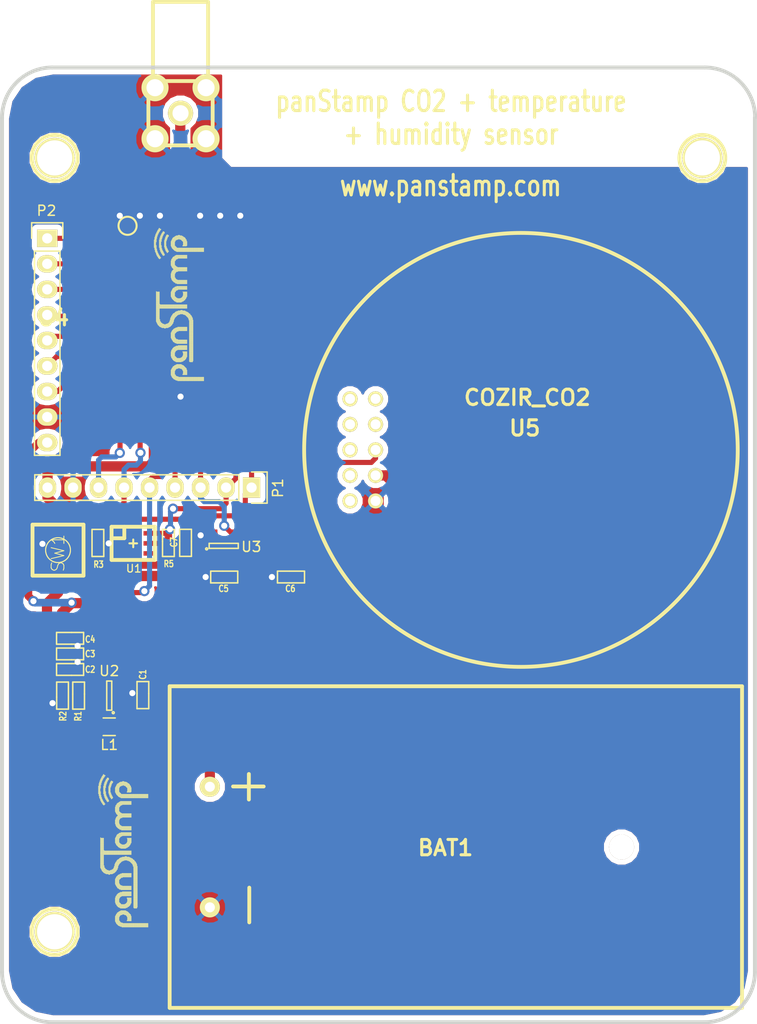
<source format=kicad_pcb>
(kicad_pcb (version 4) (host pcbnew 0.201506030104+5696~23~ubuntu14.04.1-product)
  (title_block (title "panStamp CO2 carrier board") (date "Wed 03 Jun 2015") (rev 1.0) (company panStamp))
  (layers (0 Front signal) (31 Back signal) (34 B.Paste user) (35 F.Paste user) (36 B.SilkS user) (37 F.SilkS user) (38 B.Mask user) (39 F.Mask user) (44 Edge.Cuts user))
  (net 0 "")
  (net 1 /A1)
  (net 2 /A2)
  (net 3 /A3)
  (net 4 /A4)
  (net 5 /RESET)
  (net 6 /RXD)
  (net 7 /TXD)
  (net 8 GND)
  (net 9 VCC)
  (net 10 VDD)
  (net 11 /D15)
  (net 12 /D14)
  (net 13 /A5)
  (net 14 "Net-(PS1-Pad1)")
  (net 15 "Net-(PS1-Pad2)")
  (net 16 /TEST)
  (net 17 /D7)
  (net 18 /SCL)
  (net 19 /SDA)
  (net 20 "Net-(PS1-Pad20)")
  (net 21 "Net-(PS1-Pad21)")
  (net 22 "Net-(PS1-Pad22)")
  (net 23 "Net-(PS1-Pad23)")
  (net 24 "Net-(PS1-Pad24)")
  (net 25 "Net-(PS1-Pad25)")
  (net 26 "Net-(PS1-Pad26)")
  (net 27 "Net-(PS1-Pad27)")
  (net 28 "Net-(PS1-Pad31)")
  (net 29 "Net-(R1-Pad2)")
  (net 30 "Net-(L1-Pad2)")
  (net 31 "Net-(U5-Pad9)")
  (net 32 "Net-(U5-Pad8)")
  (net 33 "Net-(U5-Pad10)")
  (net 34 "Net-(U3-Pad2)")
  (net 35 "Net-(U5-Pad7)")
  (module 1pin (layer Front) (at 226.71532 64.64808)
    (fp_text reference 1PIN hide)
    (fp_text value P*** hide)
    (pad 1 thru_hole circle (at 0 0) (size 4.0005 4.0005) (drill 3.50266) (layers *.Cu *.Mask F.SilkS))
  )
  (module 1pin (layer Front) (at 162.21456 64.64808)
    (fp_text reference 1PIN hide)
    (fp_text value P*** hide)
    (pad 1 thru_hole circle (at 0 0) (size 4.0005 4.0005) (drill 3.50266) (layers *.Cu *.Mask F.SilkS))
  )
  (module 1pin (layer Front) (at 162.21 141.65)
    (fp_text reference 1PIN hide)
    (fp_text value P*** hide)
    (pad 1 thru_hole circle (at 0 0) (size 4.0005 4.0005) (drill 3.50266) (layers *.Cu *.Mask F.SilkS))
  )
  (module PANSTAMPLOGO (layer Front) (at 171.8 86.85 90)
    (fp_text reference www.panstamp.com hide)
    (fp_text value "" hide)
  )
  (module BAT_AA_HOLDER_02 (layer Front) (at 177.67 133.22 180)
    (fp_text reference BAT1 (at -23.45944 -0.0762 180) (layer F.SilkS) (effects (font (thickness 0.3048))))
    (fp_text value CONN_2 hide)
    (pad "" thru_hole circle (at -41 0.00052 180) (size 2.4892 2.4892) (drill 2.4892) (layers *.Cu *.Mask F.SilkS))
    (pad 2 thru_hole circle (at 0 -5.99948 180) (size 2 2) (drill 1) (layers *.Cu *.Mask F.SilkS) (net 8 GND))
    (pad 1 thru_hole circle (at 0 6.00052 180) (size 2 2) (drill 1) (layers *.Cu *.Mask F.SilkS) (net 9 VCC))
  )
  (module Pin_Headers:Pin_Header_Straight_1x09 (layer Front) (at 161.475 72.65)
    (fp_text reference P2 (at -0.075 -2.75) (layer F.SilkS))
    (fp_text value CONN_01X09 hide)
    (pad 1 thru_hole rect (at 0 0) (size 2.032 1.7272) (drill 1.016) (layers *.Cu *.Mask F.SilkS) (net 11 /D15))
    (pad 2 thru_hole oval (at 0 2.54) (size 2.032 1.7272) (drill 1.016) (layers *.Cu *.Mask F.SilkS) (net 12 /D14))
    (pad 3 thru_hole oval (at 0 5.08) (size 2.032 1.7272) (drill 1.016) (layers *.Cu *.Mask F.SilkS) (net 13 /A5))
    (pad 4 thru_hole oval (at 0 7.62) (size 2.032 1.7272) (drill 1.016) (layers *.Cu *.Mask F.SilkS) (net 4 /A4))
    (pad 5 thru_hole oval (at 0 10.16) (size 2.032 1.7272) (drill 1.016) (layers *.Cu *.Mask F.SilkS) (net 3 /A3))
    (pad 6 thru_hole oval (at 0 12.7) (size 2.032 1.7272) (drill 1.016) (layers *.Cu *.Mask F.SilkS) (net 2 /A2))
    (pad 7 thru_hole oval (at 0 15.24) (size 2.032 1.7272) (drill 1.016) (layers *.Cu *.Mask F.SilkS) (net 1 /A1))
    (pad 8 thru_hole oval (at 0 17.78) (size 2.032 1.7272) (drill 1.016) (layers *.Cu *.Mask F.SilkS) (net 8 GND))
    (pad 9 thru_hole oval (at 0 20.32) (size 2.032 1.7272) (drill 1.016) (layers *.Cu *.Mask F.SilkS) (net 10 VDD))
  )
  (module mysmd:PANSTAMP_2 (layer Front) (at 174.725 79.4)
    (fp_text reference PS1 hide)
    (fp_text value PANSTAMP_NRG2 hide)
    (pad 1 smd rect (at -8.1 -9) (size 2.2 1.4) (layers Front F.Paste F.Mask) (net 14 "Net-(PS1-Pad1)"))
    (pad 2 smd rect (at -8.1 -7) (size 2.2 1.4) (layers Front F.Paste F.Mask) (net 15 "Net-(PS1-Pad2)"))
    (pad 3 smd rect (at -8.1 -5) (size 2.2 1.4) (layers Front F.Paste F.Mask) (net 11 /D15))
    (pad 4 smd rect (at -8.1 -3) (size 2.2 1.4) (layers Front F.Paste F.Mask) (net 12 /D14))
    (pad 5 smd rect (at -8.1 -1) (size 2.2 1.4) (layers Front F.Paste F.Mask) (net 13 /A5))
    (pad 6 smd rect (at -8.1 1) (size 2.2 1.4) (layers Front F.Paste F.Mask) (net 4 /A4))
    (pad 7 smd rect (at -8.1 3) (size 2.2 1.4) (layers Front F.Paste F.Mask) (net 3 /A3))
    (pad 8 smd rect (at -8.1 5) (size 2.2 1.4) (layers Front F.Paste F.Mask) (net 2 /A2))
    (pad 9 smd rect (at -8.1 7) (size 2.2 1.4) (layers Front F.Paste F.Mask) (net 1 /A1))
    (pad 10 smd rect (at -8.1 9) (size 2.2 1.4) (layers Front F.Paste F.Mask) (net 9 VCC))
    (pad 11 smd rect (at -6 11.1 90) (size 2.2 1.4) (layers Front F.Paste F.Mask) (net 16 /TEST))
    (pad 12 smd rect (at -4 11.1 90) (size 2.2 1.4) (layers Front F.Paste F.Mask) (net 5 /RESET))
    (pad 13 smd rect (at -2 11.1 90) (size 2.2 1.4) (layers Front F.Paste F.Mask) (net 9 VCC))
    (pad 14 smd rect (at 0 11.1 90) (size 2.2 1.4) (layers Front F.Paste F.Mask) (net 8 GND))
    (pad 15 smd rect (at 2 11.1 90) (size 2.2 1.4) (layers Front F.Paste F.Mask) (net 17 /D7))
    (pad 16 smd rect (at 4 11.1 90) (size 2.2 1.4) (layers Front F.Paste F.Mask) (net 7 /TXD))
    (pad 17 smd rect (at 6 11.1 90) (size 2.2 1.4) (layers Front F.Paste F.Mask) (net 6 /RXD))
    (pad 18 smd rect (at 8.1 9) (size 2.2 1.4) (layers Front F.Paste F.Mask) (net 18 /SCL))
    (pad 19 smd rect (at 8.1 7) (size 2.2 1.4) (layers Front F.Paste F.Mask) (net 19 /SDA))
    (pad 20 smd rect (at 8.1 5) (size 2.2 1.4) (layers Front F.Paste F.Mask) (net 20 "Net-(PS1-Pad20)"))
    (pad 21 smd rect (at 8.1 3) (size 2.2 1.4) (layers Front F.Paste F.Mask) (net 21 "Net-(PS1-Pad21)"))
    (pad 22 smd rect (at 8.1 1) (size 2.2 1.4) (layers Front F.Paste F.Mask) (net 22 "Net-(PS1-Pad22)"))
    (pad 23 smd rect (at 8.1 -1) (size 2.2 1.4) (layers Front F.Paste F.Mask) (net 23 "Net-(PS1-Pad23)"))
    (pad 24 smd rect (at 8.1 -3) (size 2.2 1.4) (layers Front F.Paste F.Mask) (net 24 "Net-(PS1-Pad24)"))
    (pad 25 smd rect (at 8.1 -5) (size 2.2 1.4) (layers Front F.Paste F.Mask) (net 25 "Net-(PS1-Pad25)"))
    (pad 26 smd rect (at 8.1 -7) (size 2.2 1.4) (layers Front F.Paste F.Mask) (net 26 "Net-(PS1-Pad26)"))
    (pad 27 smd rect (at 8.1 -9) (size 2.2 1.4) (layers Front F.Paste F.Mask) (net 27 "Net-(PS1-Pad27)"))
    (pad 28 smd rect (at 6 -11.1 90) (size 2.2 1.4) (layers Front F.Paste F.Mask) (net 8 GND))
    (pad 29 smd rect (at 4 -11.1 90) (size 2.2 1.4) (layers Front F.Paste F.Mask) (net 8 GND))
    (pad 30 smd rect (at 2 -11.1 90) (size 2.2 1.4) (layers Front F.Paste F.Mask) (net 8 GND))
    (pad 31 smd rect (at 0 -11.1 90) (size 2.2 1.4) (layers Front F.Paste F.Mask) (net 28 "Net-(PS1-Pad31)"))
    (pad 32 smd rect (at -2 -11.1 90) (size 2.2 1.4) (layers Front F.Paste F.Mask) (net 8 GND))
    (pad 33 smd rect (at -4 -11.1 90) (size 2.2 1.4) (layers Front F.Paste F.Mask) (net 8 GND))
    (pad 34 smd rect (at -6 -11.1 90) (size 2.2 1.4) (layers Front F.Paste F.Mask) (net 8 GND))
  )
  (module mysmd:switch-tact-noah (layer Front) (at 162.55 103.675 270)
    (fp_text reference SW1 (at 0.3 0 270) (layer F.SilkS) (effects (font (size 1.27 1.27) (thickness 0.0889))))
    (fp_text value SW_PUSH_SMALL hide)
    (pad 1 smd rect (at -2.49936 -1.75006 270) (size 1.99898 1.00076) (layers Front F.Paste F.Mask) (net 5 /RESET))
    (pad 3 smd rect (at 2.49936 -1.75006 270) (size 1.99898 1.00076) (layers Front F.Paste F.Mask))
    (pad 2 smd rect (at -2.49936 1.75006 270) (size 1.99898 1.00076) (layers Front F.Paste F.Mask) (net 8 GND))
    (pad 4 smd rect (at 2.49936 1.75006 270) (size 1.99898 1.00076) (layers Front F.Paste F.Mask))
  )
  (module mymods:COZIR_AS (layer Front) (at 208.65 93.7 180)
    (fp_text reference U5 (at -0.381 2.159 180) (layer F.SilkS) (effects (font (thickness 0.3048))))
    (fp_text value COZIR_CO2 (at -0.635 5.207 180) (layer F.SilkS) (effects (font (thickness 0.3048))))
    (pad 1 thru_hole circle (at 14.478 -5.08 180) (size 1.5 1.5) (drill 1) (layers *.Cu *.Mask F.SilkS) (net 8 GND))
    (pad 3 thru_hole circle (at 14.478 -2.54 180) (size 1.5 1.5) (drill 1) (layers *.Cu *.Mask F.SilkS) (net 10 VDD))
    (pad 5 thru_hole circle (at 14.478 0 180) (size 1.5 1.5) (drill 1) (layers *.Cu *.Mask F.SilkS) (net 34 "Net-(U3-Pad2)"))
    (pad 7 thru_hole circle (at 14.478 2.54 180) (size 1.5 1.5) (drill 1) (layers *.Cu *.Mask F.SilkS) (net 35 "Net-(U5-Pad7)"))
    (pad 9 thru_hole circle (at 14.478 5.08 180) (size 1.5 1.5) (drill 1) (layers *.Cu *.Mask F.SilkS) (net 31 "Net-(U5-Pad9)"))
    (pad 2 thru_hole circle (at 17.018 -5.08 180) (size 1.5 1.5) (drill 1) (layers *.Cu *.Mask F.SilkS))
    (pad 4 thru_hole circle (at 17.018 -2.54 180) (size 1.5 1.5) (drill 1) (layers *.Cu *.Mask F.SilkS))
    (pad 6 thru_hole circle (at 17.018 0 180) (size 1.5 1.5) (drill 1) (layers *.Cu *.Mask F.SilkS))
    (pad 8 thru_hole circle (at 17.018 2.54 180) (size 1.5 1.5) (drill 1) (layers *.Cu *.Mask F.SilkS) (net 32 "Net-(U5-Pad8)"))
    (pad 10 thru_hole circle (at 17.018 5.08 180) (size 1.5 1.5) (drill 1) (layers *.Cu *.Mask F.SilkS) (net 33 "Net-(U5-Pad10)"))
  )
  (module mysmd:DFN-6 (layer Front) (at 170.04 103 270)
    (fp_text reference U1 (at 2.51 -0.05 360) (layer F.SilkS) (effects (font (size 0.762 0.762) (thickness 0.127))))
    (fp_text value SI7021 hide)
    (pad 6 smd rect (at -1 -1.625 270) (size 0.45 1.2) (layers Front F.Paste F.Mask) (net 18 /SCL))
    (pad 5 smd rect (at 0 -1.625 270) (size 0.45 1.2) (layers Front F.Paste F.Mask) (net 9 VCC))
    (pad 4 smd rect (at 1 -1.625 270) (size 0.45 1.2) (layers Front F.Paste F.Mask))
    (pad 3 smd rect (at 1 1.625 270) (size 0.45 1.2) (layers Front F.Paste F.Mask))
    (pad 2 smd rect (at 0 1.625 270) (size 0.45 1.2) (layers Front F.Paste F.Mask) (net 8 GND))
    (pad 1 smd rect (at -1 1.625 270) (size 0.45 1.2) (layers Front F.Paste F.Mask) (net 19 /SDA))
    (pad 7 smd rect (at 0 0 270) (size 2.4 1.5) (layers Front F.Paste F.Mask))
  )
  (module Pin_Headers:Pin_Header_Straight_1x09 (layer Front) (at 181.825 97.45 270)
    (fp_text reference P1 (at 0.05 -2.625 270) (layer F.SilkS))
    (fp_text value CONN_01X09)
    (pad 1 thru_hole rect (at 0 0 270) (size 2.032 1.7272) (drill 1.016) (layers *.Cu *.Mask F.SilkS) (net 19 /SDA))
    (pad 2 thru_hole oval (at 0 2.54 270) (size 2.032 1.7272) (drill 1.016) (layers *.Cu *.Mask F.SilkS) (net 18 /SCL))
    (pad 3 thru_hole oval (at 0 5.08 270) (size 2.032 1.7272) (drill 1.016) (layers *.Cu *.Mask F.SilkS) (net 6 /RXD))
    (pad 4 thru_hole oval (at 0 7.62 270) (size 2.032 1.7272) (drill 1.016) (layers *.Cu *.Mask F.SilkS) (net 7 /TXD))
    (pad 5 thru_hole oval (at 0 10.16 270) (size 2.032 1.7272) (drill 1.016) (layers *.Cu *.Mask F.SilkS) (net 17 /D7))
    (pad 6 thru_hole oval (at 0 12.7 270) (size 2.032 1.7272) (drill 1.016) (layers *.Cu *.Mask F.SilkS) (net 5 /RESET))
    (pad 7 thru_hole oval (at 0 15.24 270) (size 2.032 1.7272) (drill 1.016) (layers *.Cu *.Mask F.SilkS) (net 16 /TEST))
    (pad 8 thru_hole oval (at 0 17.78 270) (size 2.032 1.7272) (drill 1.016) (layers *.Cu *.Mask F.SilkS) (net 8 GND))
    (pad 9 thru_hole oval (at 0 20.32 270) (size 2.032 1.7272) (drill 1.016) (layers *.Cu *.Mask F.SilkS) (net 9 VCC))
  )
  (module mysmd:SM0603S (layer Front) (at 166.52 102.96 90)
    (fp_text reference R3 (at -2.14 0.07 180) (layer F.SilkS) (effects (font (size 0.635 0.508) (thickness 0.127))))
    (fp_text value 10k hide)
    (pad 2 smd rect (at 0.7493 0 90) (size 0.7874 0.762) (layers Front F.Paste F.Mask) (net 19 /SDA))
    (pad 1 smd rect (at -0.7493 0 90) (size 0.7874 0.762) (layers Front F.Paste F.Mask) (net 9 VCC))
  )
  (module mysmd:SM0603S (layer Front) (at 173.54 102.96 90)
    (fp_text reference R5 (at -2.08 0.04 180) (layer F.SilkS) (effects (font (size 0.635 0.508) (thickness 0.127))))
    (fp_text value 10k hide)
    (pad 2 smd rect (at 0.7493 0 90) (size 0.7874 0.762) (layers Front F.Paste F.Mask) (net 18 /SCL))
    (pad 1 smd rect (at -0.7493 0 90) (size 0.7874 0.762) (layers Front F.Paste F.Mask) (net 9 VCC))
  )
  (module mysmd:SM0603S (layer Front) (at 171 118.1 90)
    (fp_text reference C1 (at 2.05 0 90) (layer F.SilkS) (effects (font (size 0.635 0.508) (thickness 0.127))))
    (fp_text value 10u hide)
    (pad 2 smd rect (at 0.7493 0 90) (size 0.7874 0.762) (layers Front F.Paste F.Mask) (net 8 GND))
    (pad 1 smd rect (at -0.7493 0 90) (size 0.7874 0.762) (layers Front F.Paste F.Mask) (net 9 VCC))
  )
  (module mysmd:SM0603S (layer Front) (at 163.75 115.55)
    (fp_text reference C2 (at 2 0) (layer F.SilkS) (effects (font (size 0.635 0.508) (thickness 0.127))))
    (fp_text value 10u hide)
    (pad 2 smd rect (at 0.7493 0) (size 0.7874 0.762) (layers Front F.Paste F.Mask) (net 8 GND))
    (pad 1 smd rect (at -0.7493 0) (size 0.7874 0.762) (layers Front F.Paste F.Mask) (net 10 VDD))
  )
  (module mysmd:SM0603S (layer Front) (at 163.75 114)
    (fp_text reference C3 (at 2 0) (layer F.SilkS) (effects (font (size 0.635 0.508) (thickness 0.127))))
    (fp_text value 1u hide)
    (pad 2 smd rect (at 0.7493 0) (size 0.7874 0.762) (layers Front F.Paste F.Mask) (net 8 GND))
    (pad 1 smd rect (at -0.7493 0) (size 0.7874 0.762) (layers Front F.Paste F.Mask) (net 10 VDD))
  )
  (module mysmd:SM0603S (layer Front) (at 163.75 112.45)
    (fp_text reference C4 (at 2 0.1) (layer F.SilkS) (effects (font (size 0.635 0.508) (thickness 0.127))))
    (fp_text value 100n hide)
    (pad 2 smd rect (at 0.7493 0) (size 0.7874 0.762) (layers Front F.Paste F.Mask) (net 8 GND))
    (pad 1 smd rect (at -0.7493 0) (size 0.7874 0.762) (layers Front F.Paste F.Mask) (net 10 VDD))
  )
  (module mysmd:SM0603S (layer Front) (at 185.75 106.35 180)
    (fp_text reference C6 (at 0.0635 -1.1557 180) (layer F.SilkS) (effects (font (size 0.635 0.508) (thickness 0.127))))
    (fp_text value 100n hide)
    (pad 2 smd rect (at 0.7493 0 180) (size 0.7874 0.762) (layers Front F.Paste F.Mask) (net 8 GND))
    (pad 1 smd rect (at -0.7493 0 180) (size 0.7874 0.762) (layers Front F.Paste F.Mask) (net 10 VDD))
  )
  (module mysmd:SM0603S (layer Front) (at 175.25 102.95 90)
    (fp_text reference C7 (at 0.0635 -1.1557 90) (layer F.SilkS) (effects (font (size 0.635 0.508) (thickness 0.127))))
    (fp_text value 100n hide)
    (pad 2 smd rect (at 0.7493 0 90) (size 0.7874 0.762) (layers Front F.Paste F.Mask) (net 8 GND))
    (pad 1 smd rect (at -0.7493 0 90) (size 0.7874 0.762) (layers Front F.Paste F.Mask) (net 9 VCC))
  )
  (module Resistors_SMD:R_0805 (layer Front) (at 167.65 121.25)
    (fp_text reference L1 (at 0 1.8) (layer F.SilkS))
    (fp_text value 4.7u)
    (pad 1 smd rect (at -0.95 0) (size 0.7 1.3) (layers Front F.Paste F.Mask) (net 9 VCC))
    (pad 2 smd rect (at 0.95 0) (size 0.7 1.3) (layers Front F.Paste F.Mask) (net 30 "Net-(L1-Pad2)"))
  )
  (module mysmd:SM0603S (layer Front) (at 164.6 118.15 90)
    (fp_text reference R1 (at -2.05 -0.05 90) (layer F.SilkS) (effects (font (size 0.635 0.508) (thickness 0.127))))
    (fp_text value 976k hide)
    (pad 2 smd rect (at 0.7493 0 90) (size 0.7874 0.762) (layers Front F.Paste F.Mask) (net 29 "Net-(R1-Pad2)"))
    (pad 1 smd rect (at -0.7493 0 90) (size 0.7874 0.762) (layers Front F.Paste F.Mask) (net 10 VDD))
  )
  (module mysmd:SM0603S (layer Front) (at 163 118.15 270)
    (fp_text reference R2 (at 2.05 -0.05 270) (layer F.SilkS) (effects (font (size 0.635 0.508) (thickness 0.127))))
    (fp_text value 562k hide)
    (pad 2 smd rect (at 0.7493 0 270) (size 0.7874 0.762) (layers Front F.Paste F.Mask) (net 8 GND))
    (pad 1 smd rect (at -0.7493 0 270) (size 0.7874 0.762) (layers Front F.Paste F.Mask) (net 29 "Net-(R1-Pad2)"))
  )
  (module Housings_SOT-23_SOT-143_TSOT-6:SOT-23-6 (layer Front) (at 167.65 118.15 180)
    (fp_text reference U2 (at 0 2.45 180) (layer F.SilkS))
    (fp_text value MCP1640B)
    (pad 1 smd rect (at -1.1 -0.95 180) (size 1.06 0.65) (layers Front F.Paste F.Mask) (net 30 "Net-(L1-Pad2)"))
    (pad 2 smd rect (at -1.1 0 180) (size 1.06 0.65) (layers Front F.Paste F.Mask) (net 8 GND))
    (pad 3 smd rect (at -1.1 0.95 180) (size 1.06 0.65) (layers Front F.Paste F.Mask) (net 17 /D7))
    (pad 4 smd rect (at 1.1 0.95 180) (size 1.06 0.65) (layers Front F.Paste F.Mask) (net 29 "Net-(R1-Pad2)"))
    (pad 6 smd rect (at 1.1 -0.95 180) (size 1.06 0.65) (layers Front F.Paste F.Mask) (net 9 VCC))
    (pad 5 smd rect (at 1.1 0 180) (size 1.06 0.65) (layers Front F.Paste F.Mask) (net 10 VDD))
  )
  (module Housings_SOT-23_SOT-143_TSOT-6:SOT-23-5 (layer Front) (at 179.05 103.25 90)
    (fp_text reference U3 (at -0.1 2.75 180) (layer F.SilkS))
    (fp_text value 74AHC1G34)
    (pad 1 smd rect (at -1.1 -0.95 90) (size 1.06 0.65) (layers Front F.Paste F.Mask))
    (pad 2 smd rect (at -1.1 0 90) (size 1.06 0.65) (layers Front F.Paste F.Mask) (net 34 "Net-(U3-Pad2)"))
    (pad 3 smd rect (at -1.1 0.95 90) (size 1.06 0.65) (layers Front F.Paste F.Mask) (net 9 VCC))
    (pad 4 smd rect (at 1.1 0.95 90) (size 1.06 0.65) (layers Front F.Paste F.Mask) (net 6 /RXD))
    (pad 5 smd rect (at 1.1 -0.95 90) (size 1.06 0.65) (layers Front F.Paste F.Mask) (net 8 GND))
  )
  (module mysmd:SM0603S (layer Front) (at 179.1 106.35 180)
    (fp_text reference C5 (at 0.0635 -1.1557 180) (layer F.SilkS) (effects (font (size 0.635 0.508) (thickness 0.127))))
    (fp_text value 100n hide)
    (pad 2 smd rect (at 0.7493 0 180) (size 0.7874 0.762) (layers Front F.Paste F.Mask) (net 8 GND))
    (pad 1 smd rect (at -0.7493 0 180) (size 0.7874 0.762) (layers Front F.Paste F.Mask) (net 9 VCC))
  )
  (module SMA_RightAngle_Tyco (layer Front) (at 174.75 60.2)
    (fp_text reference U4 (at -12.6492 20.3708) (layer F.SilkS) (effects (font (thickness 0.3048))))
    (fp_text value ANTENNA hide)
    (pad 1 thru_hole circle (at 0 0) (size 2.49936 2.49936) (drill 1.6002) (layers *.Cu *.Mask F.SilkS) (net 28 "Net-(PS1-Pad31)"))
    (pad 2 thru_hole circle (at 2.54 -2.54) (size 2.70002 2.70002) (drill 1.69926) (layers *.Cu *.Mask F.SilkS) (net 8 GND))
    (pad 2 thru_hole circle (at -2.54 -2.54) (size 2.70002 2.70002) (drill 1.69926) (layers *.Cu *.Mask F.SilkS) (net 8 GND))
    (pad 2 thru_hole circle (at -2.54 2.54) (size 2.70002 2.70002) (drill 1.69926) (layers *.Cu *.Mask F.SilkS) (net 8 GND))
    (pad 2 thru_hole circle (at 2.54 2.54) (size 2.70002 2.70002) (drill 1.69926) (layers *.Cu *.Mask F.SilkS) (net 8 GND))
  )
  (module mymods:PANSTAMPLOGO (layer Front) (at 166.25 141.2 90)
    (fp_text reference G*** hide)
    (fp_text value PANSTAMPLOGO hide)
  )
  (gr_line (start 161.925 150.65) (end 226.975 150.65) (angle 90) (layer Edge.Cuts) (width 0.381))
  (gr_line (start 156.975 60.7) (end 156.975 145.675) (angle 90) (layer Edge.Cuts) (width 0.381))
  (gr_line (start 226.95 55.65) (end 161.95 55.65) (angle 90) (layer Edge.Cuts) (width 0.381))
  (gr_line (start 231.95 145.675) (end 231.95 60.625) (angle 90) (layer Edge.Cuts) (width 0.381))
  (gr_arc (start 226.95 145.65) (end 231.95 145.65) (angle 90) (layer Edge.Cuts) (width 0.381))
  (gr_arc (start 226.975 60.65) (end 226.975 55.65) (angle 90) (layer Edge.Cuts) (width 0.381))
  (gr_arc (start 161.975 60.65) (end 156.975 60.65) (angle 90) (layer Edge.Cuts) (width 0.381))
  (gr_arc (start 161.975 145.65) (end 161.975 150.65) (angle 90) (layer Edge.Cuts) (width 0.381))
  (gr_text www.panstamp.com (at 201.65 67.4) (layer F.SilkS) (effects (font (size 2.032 1.524) (thickness 0.3048))))
  (gr_text "panStamp CO2 + temperature\n+ humidity sensor" (at 201.7 60.65) (layer F.SilkS) (effects (font (size 2.032 1.524) (thickness 0.3048))))
  (segment (start 163.45 86.4) (end 163.05 86.8) (width 0.508) (layer Front) (net 1))
  (segment (start 163.05 86.8) (end 163.05 87.35) (width 0.508) (layer Front) (net 1))
  (segment (start 163.05 87.35) (end 162.51 87.89) (width 0.508) (layer Front) (net 1))
  (segment (start 162.51 87.89) (end 161.475 87.89) (width 0.508) (layer Front) (net 1))
  (segment (start 166.625 86.4) (end 163.45 86.4) (width 0.508) (layer Front) (net 1))
  (segment (start 162.425 84.4) (end 161.475 85.35) (width 0.508) (layer Front) (net 2))
  (segment (start 166.625 84.4) (end 162.425 84.4) (width 0.508) (layer Front) (net 2))
  (segment (start 161.885 82.4) (end 161.475 82.81) (width 0.508) (layer Front) (net 3))
  (segment (start 166.625 82.4) (end 161.885 82.4) (width 0.508) (layer Front) (net 3))
  (segment (start 161.605 80.4) (end 161.475 80.27) (width 0.508) (layer Front) (net 4))
  (segment (start 166.625 80.4) (end 161.605 80.4) (width 0.508) (layer Front) (net 4))
  (segment (start 169.125 95.655) (end 169.56 95.22) (width 0.508) (layer Back) (net 5))
  (segment (start 169.56 95.22) (end 170.35 95.22) (width 0.508) (layer Back) (net 5))
  (segment (start 170.35 95.22) (end 170.76 94.81) (width 0.508) (layer Back) (net 5))
  (segment (start 170.76 94.81) (end 170.76 93.99) (width 0.508) (layer Back) (net 5))
  (via (at 170.76 93.99) (size 1.016) (layers Front Back) (net 5))
  (segment (start 170.76 93.99) (end 170.725 93.955) (width 0.508) (layer Front) (net 5))
  (segment (start 170.725 93.955) (end 170.725 90.5) (width 0.508) (layer Front) (net 5))
  (segment (start 169.125 97.45) (end 169.125 95.655) (width 0.508) (layer Back) (net 5))
  (segment (start 164.30006 99.69994) (end 164.6 99.4) (width 0.508) (layer Front) (net 5))
  (segment (start 164.6 99.4) (end 168.7 99.4) (width 0.508) (layer Front) (net 5))
  (segment (start 168.7 99.4) (end 169.125 98.975) (width 0.508) (layer Front) (net 5))
  (segment (start 169.125 98.975) (end 169.125 97.45) (width 0.508) (layer Front) (net 5))
  (segment (start 164.30006 101.17564) (end 164.30006 99.69994) (width 0.508) (layer Front) (net 5))
  (segment (start 180.38 90.845) (end 180.725 90.5) (width 0.508) (layer Front) (net 6))
  (segment (start 176.745 95.605) (end 177.25 95.1) (width 0.508) (layer Front) (net 6))
  (segment (start 177.25 95.1) (end 178.96 95.1) (width 0.508) (layer Front) (net 6))
  (segment (start 176.745 97.45) (end 176.745 95.605) (width 0.508) (layer Front) (net 6))
  (segment (start 180.725 91.125) (end 180.725 90.5) (width 0.508) (layer Front) (net 6))
  (segment (start 179.18 95.1) (end 179.69 94.59) (width 0.508) (layer Front) (net 6))
  (segment (start 179.69 94.59) (end 179.69 92.16) (width 0.508) (layer Front) (net 6))
  (segment (start 179.69 92.16) (end 180.725 91.125) (width 0.508) (layer Front) (net 6))
  (segment (start 178.96 95.1) (end 179.18 95.1) (width 0.508) (layer Front) (net 6))
  (segment (start 179.1 100.55) (end 179.1 99.35) (width 0.508) (layer Back) (net 6))
  (segment (start 179.1 99.35) (end 178.6 98.85) (width 0.508) (layer Back) (net 6))
  (segment (start 178.6 98.85) (end 177.1 98.85) (width 0.508) (layer Back) (net 6))
  (segment (start 177.1 98.85) (end 176.745 98.495) (width 0.508) (layer Back) (net 6))
  (segment (start 176.745 98.495) (end 176.745 97.45) (width 0.508) (layer Back) (net 6))
  (via (at 179.1 101.25) (size 1.016) (layers Front Back) (net 6))
  (segment (start 179.1 101.25) (end 180 102.15) (width 0.508) (layer Front) (net 6))
  (segment (start 179.1 100.55) (end 179.1 101.25) (width 0.508) (layer Back) (net 6))
  (segment (start 174.205 94.805) (end 174.69 94.32) (width 0.508) (layer Front) (net 7))
  (segment (start 174.69 94.32) (end 178.22 94.32) (width 0.508) (layer Front) (net 7))
  (segment (start 178.22 94.32) (end 178.725 93.815) (width 0.508) (layer Front) (net 7))
  (segment (start 178.725 93.815) (end 178.725 90.5) (width 0.508) (layer Front) (net 7))
  (segment (start 174.205 97.45) (end 174.205 94.805) (width 0.508) (layer Front) (net 7))
  (via (at 167.6 103) (size 1.016) (layers Front Back) (net 8))
  (segment (start 167.6 103) (end 167.65 103) (width 0.508) (layer Back) (net 8))
  (segment (start 168.415 103) (end 167.6 103) (width 0.508) (layer Front) (net 8))
  (via (at 183.85 106.35) (size 1.016) (layers Front Back) (net 8))
  (segment (start 183.85 106.35) (end 183.95 106.35) (width 0.762) (layer Back) (net 8))
  (segment (start 185.0007 106.35) (end 183.85 106.35) (width 0.762) (layer Front) (net 8))
  (via (at 177.25 106.35) (size 1.016) (layers Front Back) (net 8))
  (segment (start 178.3507 106.35) (end 177.25 106.35) (width 0.762) (layer Front) (net 8))
  (segment (start 178.0493 102.2007) (end 178.1 102.15) (width 0.762) (layer Front) (net 8))
  (segment (start 176.75 102.2007) (end 178.0493 102.2007) (width 0.762) (layer Front) (net 8))
  (segment (start 175.25 102.2007) (end 176.75 102.2007) (width 0.762) (layer Front) (net 8))
  (segment (start 176.75 102.2007) (end 176.75 102.25) (width 0.762) (layer Back) (net 8))
  (via (at 176.75 102.2007) (size 1.016) (layers Front Back) (net 8))
  (segment (start 160.79994 102.84994) (end 161 103.05) (width 0.762) (layer Front) (net 8))
  (via (at 161 103.05) (size 1.016) (layers Front Back) (net 8))
  (segment (start 160.79994 101.17564) (end 160.79994 102.84994) (width 0.762) (layer Front) (net 8))
  (segment (start 174.725 90.5) (end 174.725 88.425) (width 1.016) (layer Front) (net 8))
  (segment (start 174.725 88.425) (end 174.75 88.4) (width 1.016) (layer Front) (net 8))
  (via (at 174.75 88.4) (size 1.016) (layers Front Back) (net 8))
  (via (at 180.7 70.4) (size 1.016) (layers Front Back) (net 8))
  (segment (start 180.7 70.4) (end 180.725 70.375) (width 1.016) (layer Front) (net 8))
  (segment (start 180.725 70.375) (end 180.725 68.3) (width 1.016) (layer Front) (net 8))
  (via (at 168.7 70.4) (size 1.016) (layers Front Back) (net 8))
  (segment (start 168.725 70.375) (end 168.7 70.4) (width 1.016) (layer Front) (net 8))
  (segment (start 168.725 68.3) (end 168.725 70.375) (width 1.016) (layer Front) (net 8))
  (segment (start 178.7 70.4) (end 180.7 70.4) (width 1.016) (layer Back) (net 8))
  (segment (start 176.7 70.4) (end 178.7 70.4) (width 1.016) (layer Back) (net 8))
  (segment (start 172.7 70.4) (end 176.7 70.4) (width 1.016) (layer Back) (net 8))
  (segment (start 170.7 70.4) (end 172.7 70.4) (width 1.016) (layer Back) (net 8))
  (segment (start 168.7 70.4) (end 170.7 70.4) (width 1.016) (layer Back) (net 8))
  (segment (start 178.725 70.375) (end 178.7 70.4) (width 1.016) (layer Front) (net 8))
  (via (at 178.7 70.4) (size 1.016) (layers Front Back) (net 8))
  (segment (start 178.725 68.3) (end 178.725 70.375) (width 1.016) (layer Front) (net 8))
  (segment (start 176.725 70.375) (end 176.7 70.4) (width 1.016) (layer Front) (net 8))
  (via (at 176.7 70.4) (size 1.016) (layers Front Back) (net 8))
  (segment (start 176.725 68.3) (end 176.725 70.375) (width 1.016) (layer Front) (net 8))
  (segment (start 172.725 70.375) (end 172.7 70.4) (width 1.016) (layer Front) (net 8))
  (via (at 172.7 70.4) (size 1.016) (layers Front Back) (net 8))
  (segment (start 172.725 68.3) (end 172.725 70.375) (width 1.016) (layer Front) (net 8))
  (segment (start 170.725 70.375) (end 170.7 70.4) (width 1.016) (layer Front) (net 8))
  (via (at 170.7 70.4) (size 1.016) (layers Front Back) (net 8))
  (segment (start 170.725 68.3) (end 170.725 70.375) (width 1.016) (layer Front) (net 8))
  (segment (start 169.7 118.15) (end 169.95 117.9) (width 0.508) (layer Front) (net 8))
  (segment (start 169.95 117.9) (end 169.95 117.5) (width 0.508) (layer Front) (net 8))
  (segment (start 169.95 117.5) (end 170.0993 117.3507) (width 0.508) (layer Front) (net 8))
  (segment (start 170.0993 117.3507) (end 171 117.3507) (width 0.508) (layer Front) (net 8))
  (segment (start 168.75 118.15) (end 169.7 118.15) (width 0.508) (layer Front) (net 8))
  (via (at 169.95 117.9) (size 1.016) (layers Front Back) (net 8))
  (segment (start 162.0007 118.8993) (end 162 118.9) (width 0.762) (layer Front) (net 8))
  (via (at 162 118.9) (size 1.016) (layers Front Back) (net 8))
  (segment (start 163 118.8993) (end 162.0007 118.8993) (width 0.762) (layer Front) (net 8))
  (segment (start 164.4993 113.2) (end 164.4993 114) (width 0.762) (layer Front) (net 8))
  (segment (start 164.4993 112.45) (end 164.4993 113.2) (width 0.762) (layer Front) (net 8))
  (segment (start 164.4993 114.8) (end 164.4993 115.55) (width 0.762) (layer Front) (net 8))
  (segment (start 164.4993 114) (end 164.4993 114.8) (width 0.762) (layer Front) (net 8))
  (segment (start 164.4993 114.8) (end 164.5 114.8) (width 0.762) (layer Back) (net 8))
  (via (at 164.4993 114.8) (size 1.016) (layers Front Back) (net 8))
  (segment (start 164.4993 113.2) (end 164.5 113.2) (width 0.762) (layer Back) (net 8))
  (via (at 164.4993 113.2) (size 1.016) (layers Front Back) (net 8))
  (segment (start 172.55 103) (end 172.75 103.2) (width 0.508) (layer Front) (net 9))
  (segment (start 172.75 103.2) (end 172.75 103.55) (width 0.508) (layer Front) (net 9))
  (segment (start 172.75 103.55) (end 172.9093 103.7093) (width 0.508) (layer Front) (net 9))
  (segment (start 172.9093 103.7093) (end 173.54 103.7093) (width 0.508) (layer Front) (net 9))
  (segment (start 171.665 103) (end 172.55 103) (width 0.508) (layer Front) (net 9))
  (segment (start 166.52 104.47) (end 167.2 105.15) (width 0.762) (layer Front) (net 9))
  (segment (start 166.52 103.7093) (end 166.52 104.47) (width 0.762) (layer Front) (net 9))
  (segment (start 167.2 105.15) (end 171.6 105.15) (width 0.762) (layer Front) (net 9))
  (segment (start 166.7 121.25) (end 166.55 121.1) (width 1.016) (layer Front) (net 9))
  (segment (start 166.55 121.1) (end 166.55 119.65) (width 1.016) (layer Front) (net 9))
  (segment (start 166.55 119.1) (end 166.55 119.65) (width 0.508) (layer Front) (net 9))
  (segment (start 166.55 119.65) (end 166.55 121.1) (width 0.508) (layer Front) (net 9))
  (segment (start 166.7 121.25) (end 166.7 122.45) (width 1.016) (layer Front) (net 9))
  (segment (start 166.7 122.45) (end 167.45 123.2) (width 1.016) (layer Front) (net 9))
  (segment (start 167.45 123.2) (end 168.25 123.2) (width 1.016) (layer Front) (net 9))
  (segment (start 171 122.7) (end 171 118.8493) (width 1.016) (layer Front) (net 9))
  (segment (start 168.25 123.2) (end 170.5 123.2) (width 1.016) (layer Front) (net 9))
  (segment (start 170.5 123.2) (end 171 122.7) (width 1.016) (layer Front) (net 9))
  (segment (start 166.55 121.1) (end 166.7 121.25) (width 0.762) (layer Front) (net 9))
  (segment (start 172.725 92.085) (end 172.09 92.72) (width 1.016) (layer Front) (net 9))
  (segment (start 172.09 92.72) (end 172.09 94.85) (width 1.016) (layer Front) (net 9))
  (segment (start 172.09 94.85) (end 171.6 95.34) (width 1.016) (layer Front) (net 9))
  (segment (start 171.6 95.34) (end 162.21 95.34) (width 1.016) (layer Front) (net 9))
  (segment (start 162.21 95.34) (end 161.505 96.045) (width 1.016) (layer Front) (net 9))
  (segment (start 161.505 96.045) (end 161.505 97.45) (width 1.016) (layer Front) (net 9))
  (segment (start 172.725 90.5) (end 172.725 92.085) (width 1.016) (layer Front) (net 9))
  (segment (start 166.52 103.7093) (end 162.55 103.7093) (width 1.016) (layer Front) (net 9))
  (segment (start 161.505 98.455) (end 161.505 97.45) (width 1.016) (layer Front) (net 9))
  (segment (start 162.55 99.5) (end 161.505 98.455) (width 1.016) (layer Front) (net 9))
  (segment (start 162.55 103.7093) (end 162.55 99.5) (width 1.016) (layer Front) (net 9))
  (segment (start 172.15 88.4) (end 172.725 88.975) (width 0.762) (layer Front) (net 9))
  (segment (start 172.725 88.975) (end 172.725 90.5) (width 0.762) (layer Front) (net 9))
  (segment (start 166.625 88.4) (end 172.15 88.4) (width 0.762) (layer Front) (net 9))
  (segment (start 174.9 105.15) (end 175.25 104.8) (width 0.762) (layer Front) (net 9))
  (segment (start 175.25 104.8) (end 175.25 103.6993) (width 0.762) (layer Front) (net 9))
  (segment (start 173.9 105.15) (end 174.9 105.15) (width 0.762) (layer Front) (net 9))
  (segment (start 171.6 105.15) (end 173.9 105.15) (width 0.762) (layer Front) (net 9))
  (segment (start 173.55 103.6993) (end 173.54 103.7093) (width 0.762) (layer Front) (net 9))
  (segment (start 175.25 103.6993) (end 173.55 103.6993) (width 0.762) (layer Front) (net 9))
  (segment (start 180 106.1993) (end 179.8493 106.35) (width 0.762) (layer Front) (net 9))
  (segment (start 180 104.35) (end 180 106.1993) (width 0.762) (layer Front) (net 9))
  (segment (start 174.25 105.15) (end 174.9 105.8) (width 0.762) (layer Front) (net 9))
  (segment (start 174.9 105.8) (end 174.9 107.2) (width 0.762) (layer Front) (net 9))
  (segment (start 174.9 107.2) (end 175.5 107.8) (width 0.762) (layer Front) (net 9))
  (segment (start 175.5 107.8) (end 178.1 107.8) (width 0.762) (layer Front) (net 9))
  (segment (start 173.9 105.15) (end 174.25 105.15) (width 0.762) (layer Front) (net 9))
  (segment (start 179.3 107.8) (end 179.8493 107.2507) (width 0.762) (layer Front) (net 9))
  (segment (start 179.8493 107.2507) (end 179.8493 106.35) (width 0.762) (layer Front) (net 9))
  (segment (start 178.1 107.8) (end 179.3 107.8) (width 0.762) (layer Front) (net 9))
  (segment (start 161.45 113.4) (end 161.5 113.45) (width 1.016) (layer Front) (net 9))
  (segment (start 159.25 116.65) (end 159.25 114.95) (width 1.016) (layer Front) (net 9))
  (segment (start 162.55 107.9) (end 162.55 103.7093) (width 1.016) (layer Front) (net 9))
  (segment (start 161.45 109) (end 162.55 107.9) (width 1.016) (layer Front) (net 9))
  (segment (start 160.9 114.05) (end 161.5 113.45) (width 1.016) (layer Front) (net 9))
  (segment (start 160.15 114.05) (end 160.9 114.05) (width 1.016) (layer Front) (net 9))
  (segment (start 159.25 114.95) (end 160.15 114.05) (width 1.016) (layer Front) (net 9))
  (segment (start 159.25 116.65) (end 159.25 122.55) (width 1.016) (layer Front) (net 9))
  (segment (start 168.25 123.2) (end 159.9 123.2) (width 1.016) (layer Front) (net 9))
  (segment (start 159.25 122.55) (end 159.9 123.2) (width 1.016) (layer Front) (net 9))
  (segment (start 161.45 109) (end 161.45 113.4) (width 1.016) (layer Front) (net 9))
  (segment (start 176.5493 118.8493) (end 177.67 119.97) (width 1.016) (layer Front) (net 9))
  (segment (start 177.67 119.97) (end 177.67 127.21948) (width 1.016) (layer Front) (net 9))
  (segment (start 171 118.8493) (end 176.5493 118.8493) (width 1.016) (layer Front) (net 9))
  (segment (start 195.19 96.24) (end 194.172 96.24) (width 1.016) (layer Front) (net 10))
  (segment (start 196 105.3) (end 196 97.05) (width 1.016) (layer Front) (net 10))
  (segment (start 196 97.05) (end 195.19 96.24) (width 1.016) (layer Front) (net 10))
  (segment (start 163.0007 114) (end 163.0007 115.55) (width 1.016) (layer Front) (net 10))
  (segment (start 163.0007 112.45) (end 163.0007 114) (width 1.016) (layer Front) (net 10))
  (segment (start 164.6 119.7) (end 164.1 120.2) (width 1.016) (layer Front) (net 10))
  (segment (start 164.1 120.2) (end 163.45 120.2) (width 1.016) (layer Front) (net 10))
  (segment (start 164.6 118.8993) (end 164.6 119.7) (width 1.016) (layer Front) (net 10))
  (segment (start 166.55 118.15) (end 165.55 118.15) (width 0.762) (layer Front) (net 10))
  (segment (start 165.55 118.15) (end 164.8007 118.8993) (width 0.762) (layer Front) (net 10))
  (segment (start 164.8007 118.8993) (end 164.6 118.8993) (width 0.762) (layer Front) (net 10))
  (segment (start 164.6 118.8993) (end 164.6507 118.8993) (width 0.508) (layer Front) (net 10))
  (segment (start 161.475 92.97) (end 160.78 92.97) (width 0.508) (layer Front) (net 10))
  (segment (start 161.475 92.97) (end 160.63 92.97) (width 0.762) (layer Front) (net 10))
  (segment (start 194.95 106.35) (end 196 105.3) (width 1.016) (layer Front) (net 10))
  (segment (start 186.4993 106.35) (end 194.95 106.35) (width 1.016) (layer Front) (net 10))
  (segment (start 162.9507 112.4) (end 163.0007 112.45) (width 1.016) (layer Front) (net 10))
  (segment (start 162.9507 112.4) (end 162.9507 111.0993) (width 1.016) (layer Front) (net 10))
  (segment (start 163.9 108.95) (end 162.9507 109.8993) (width 1.016) (layer Front) (net 10))
  (segment (start 162.9507 109.8993) (end 162.9507 111.0993) (width 1.016) (layer Front) (net 10))
  (segment (start 165 108.95) (end 163.9 108.95) (width 1.016) (layer Front) (net 10))
  (segment (start 185.5 108.95) (end 174.55 108.95) (width 1.016) (layer Front) (net 10))
  (segment (start 186.4993 107.9507) (end 185.5 108.95) (width 1.016) (layer Front) (net 10))
  (segment (start 186.4993 106.35) (end 186.4993 107.9507) (width 1.016) (layer Front) (net 10))
  (segment (start 159.6 94) (end 159.6 107.9) (width 0.762) (layer Front) (net 10))
  (segment (start 160.63 92.97) (end 159.6 94) (width 0.762) (layer Front) (net 10))
  (segment (start 159.6 108.25) (end 160.1 108.75) (width 0.762) (layer Front) (net 10))
  (via (at 160.1 108.75) (size 1.016) (layers Front Back) (net 10))
  (segment (start 160.1 108.75) (end 160.25 108.9) (width 0.762) (layer Back) (net 10))
  (segment (start 160.25 108.9) (end 163.9 108.9) (width 0.762) (layer Back) (net 10))
  (via (at 163.9 108.9) (size 1.016) (layers Front Back) (net 10))
  (segment (start 163.9 108.9) (end 163.9 108.95) (width 0.762) (layer Front) (net 10))
  (segment (start 159.6 107.9) (end 159.6 108.25) (width 0.762) (layer Front) (net 10))
  (segment (start 174 108.95) (end 173.45 108.4) (width 1.016) (layer Front) (net 10))
  (segment (start 173.45 108.4) (end 173.45 106.95) (width 1.016) (layer Front) (net 10))
  (segment (start 173.45 106.95) (end 172.75 106.25) (width 1.016) (layer Front) (net 10))
  (segment (start 172.75 106.25) (end 166.2 106.25) (width 1.016) (layer Front) (net 10))
  (segment (start 166.2 106.25) (end 165.7 106.75) (width 1.016) (layer Front) (net 10))
  (segment (start 165.7 106.75) (end 165.7 108.25) (width 1.016) (layer Front) (net 10))
  (segment (start 165.7 108.25) (end 165 108.95) (width 1.016) (layer Front) (net 10))
  (segment (start 174.55 108.95) (end 174 108.95) (width 1.016) (layer Front) (net 10))
  (segment (start 160.95 120.2) (end 160.55 119.8) (width 1.016) (layer Front) (net 10))
  (segment (start 160.55 119.8) (end 160.55 116.1) (width 1.016) (layer Front) (net 10))
  (segment (start 160.55 116.1) (end 161.1 115.55) (width 1.016) (layer Front) (net 10))
  (segment (start 161.1 115.55) (end 163.0007 115.55) (width 1.016) (layer Front) (net 10))
  (segment (start 163.45 120.2) (end 160.95 120.2) (width 1.016) (layer Front) (net 10))
  (segment (start 164.8 74.4) (end 164.45 74.05) (width 0.508) (layer Front) (net 11))
  (segment (start 164.45 74.05) (end 164.45 73.15) (width 0.508) (layer Front) (net 11))
  (segment (start 164.45 73.15) (end 163.95 72.65) (width 0.508) (layer Front) (net 11))
  (segment (start 163.95 72.65) (end 161.475 72.65) (width 0.508) (layer Front) (net 11))
  (segment (start 166.625 74.4) (end 164.8 74.4) (width 0.508) (layer Front) (net 11))
  (segment (start 164.75 76.4) (end 164.45 76.1) (width 0.508) (layer Front) (net 12))
  (segment (start 164.45 76.1) (end 164.45 75.65) (width 0.508) (layer Front) (net 12))
  (segment (start 164.45 75.65) (end 163.99 75.19) (width 0.508) (layer Front) (net 12))
  (segment (start 163.99 75.19) (end 161.475 75.19) (width 0.508) (layer Front) (net 12))
  (segment (start 166.625 76.4) (end 164.75 76.4) (width 0.508) (layer Front) (net 12))
  (segment (start 165.15 78.4) (end 164.48 77.73) (width 0.508) (layer Front) (net 13))
  (segment (start 164.48 77.73) (end 161.475 77.73) (width 0.508) (layer Front) (net 13))
  (segment (start 166.625 78.4) (end 165.15 78.4) (width 0.508) (layer Front) (net 13))
  (segment (start 168.725 93.975) (end 168.7 94) (width 0.508) (layer Front) (net 16))
  (via (at 168.7 94) (size 1.016) (layers Front Back) (net 16))
  (segment (start 168.7 94) (end 168.3 94.4) (width 0.508) (layer Back) (net 16))
  (segment (start 168.3 94.4) (end 166.9 94.4) (width 0.508) (layer Back) (net 16))
  (segment (start 166.9 94.4) (end 166.585 94.715) (width 0.508) (layer Back) (net 16))
  (segment (start 166.585 94.715) (end 166.585 97.45) (width 0.508) (layer Back) (net 16))
  (segment (start 168.725 90.5) (end 168.725 93.975) (width 0.508) (layer Front) (net 16))
  (segment (start 174.03 93.49) (end 176.15 93.49) (width 0.508) (layer Front) (net 17))
  (segment (start 176.15 93.49) (end 176.725 92.915) (width 0.508) (layer Front) (net 17))
  (segment (start 176.725 92.915) (end 176.725 90.5) (width 0.508) (layer Front) (net 17))
  (segment (start 171.665 96.695) (end 171.665 97.45) (width 0.508) (layer Front) (net 17))
  (segment (start 173.62 93.49) (end 173.15 93.96) (width 0.508) (layer Front) (net 17))
  (segment (start 173.15 93.96) (end 173.15 96) (width 0.508) (layer Front) (net 17))
  (segment (start 173.15 96) (end 172.8 96.35) (width 0.508) (layer Front) (net 17))
  (segment (start 172.8 96.35) (end 172.01 96.35) (width 0.508) (layer Front) (net 17))
  (segment (start 172.01 96.35) (end 171.665 96.695) (width 0.508) (layer Front) (net 17))
  (segment (start 174.03 93.49) (end 173.62 93.49) (width 0.508) (layer Front) (net 17))
  (segment (start 171.665 107.235) (end 171.15 107.75) (width 0.508) (layer Back) (net 17))
  (via (at 171.15 107.75) (size 1.016) (layers Front Back) (net 17))
  (segment (start 171.15 107.75) (end 171 107.9) (width 0.508) (layer Front) (net 17))
  (segment (start 171 107.9) (end 170.05 107.9) (width 0.508) (layer Front) (net 17))
  (segment (start 168.75 109.4) (end 168.75 117.2) (width 0.508) (layer Front) (net 17))
  (segment (start 171.665 97.45) (end 171.665 107.235) (width 0.508) (layer Back) (net 17))
  (segment (start 169.25 107.9) (end 168.75 108.4) (width 0.508) (layer Front) (net 17))
  (segment (start 168.75 108.4) (end 168.75 109.4) (width 0.508) (layer Front) (net 17))
  (segment (start 170.05 107.9) (end 169.25 107.9) (width 0.508) (layer Front) (net 17))
  (segment (start 182.825 92.005) (end 182.825 88.4) (width 0.508) (layer Front) (net 18))
  (segment (start 182.41 92.42) (end 182.825 92.005) (width 0.508) (layer Front) (net 18))
  (segment (start 181.06 92.42) (end 182.41 92.42) (width 0.508) (layer Front) (net 18))
  (segment (start 180.64 92.84) (end 181.06 92.42) (width 0.508) (layer Front) (net 18))
  (segment (start 180.64 94.76) (end 180.64 92.84) (width 0.508) (layer Front) (net 18))
  (segment (start 180.27 95.13) (end 180.64 94.76) (width 0.508) (layer Front) (net 18))
  (segment (start 180.27 96.53) (end 180.27 95.13) (width 0.508) (layer Front) (net 18))
  (segment (start 179.35 97.45) (end 180.27 96.53) (width 0.508) (layer Front) (net 18))
  (segment (start 179.285 97.45) (end 179.35 97.45) (width 0.508) (layer Front) (net 18))
  (segment (start 173.3293 102) (end 173.54 102.2107) (width 0.508) (layer Front) (net 18))
  (segment (start 171.665 102) (end 173.3293 102) (width 0.508) (layer Front) (net 18))
  (segment (start 178.75 99.55) (end 175.95 99.55) (width 0.508) (layer Front) (net 18))
  (segment (start 179.285 99.015) (end 178.75 99.55) (width 0.508) (layer Front) (net 18))
  (segment (start 179.285 97.45) (end 179.285 99.015) (width 0.508) (layer Front) (net 18))
  (segment (start 173.54 101.76) (end 173.7 101.6) (width 0.508) (layer Front) (net 18))
  (via (at 173.7 101.6) (size 1.016) (layers Front Back) (net 18))
  (segment (start 173.7 101.6) (end 173.75 101.55) (width 0.508) (layer Back) (net 18))
  (segment (start 173.75 101.55) (end 173.75 99.8) (width 0.508) (layer Back) (net 18))
  (segment (start 173.75 99.8) (end 174 99.55) (width 0.508) (layer Back) (net 18))
  (via (at 174 99.55) (size 1.016) (layers Front Back) (net 18))
  (segment (start 174 99.55) (end 175.95 99.55) (width 0.508) (layer Front) (net 18))
  (segment (start 173.54 102.2107) (end 173.54 101.76) (width 0.508) (layer Front) (net 18))
  (segment (start 181.825 93.905) (end 182.29 93.44) (width 0.508) (layer Front) (net 19))
  (segment (start 182.29 93.44) (end 183.29 93.44) (width 0.508) (layer Front) (net 19))
  (segment (start 183.29 93.44) (end 183.75 92.98) (width 0.508) (layer Front) (net 19))
  (segment (start 183.75 92.98) (end 183.75 90.6) (width 0.508) (layer Front) (net 19))
  (segment (start 183.75 90.6) (end 184.05 90.3) (width 0.508) (layer Front) (net 19))
  (segment (start 184.05 90.3) (end 184.66 90.3) (width 0.508) (layer Front) (net 19))
  (segment (start 184.66 90.3) (end 185.01 89.95) (width 0.508) (layer Front) (net 19))
  (segment (start 185.01 89.95) (end 185.01 86.68) (width 0.508) (layer Front) (net 19))
  (segment (start 185.01 86.68) (end 184.73 86.4) (width 0.508) (layer Front) (net 19))
  (segment (start 184.73 86.4) (end 182.825 86.4) (width 0.508) (layer Front) (net 19))
  (segment (start 181.825 97.45) (end 181.825 93.905) (width 0.508) (layer Front) (net 19))
  (segment (start 166.7307 102) (end 166.52 102.2107) (width 0.508) (layer Front) (net 19))
  (segment (start 168.415 102) (end 166.7307 102) (width 0.508) (layer Front) (net 19))
  (segment (start 181.2 98.075) (end 181.825 97.45) (width 0.508) (layer Front) (net 19))
  (segment (start 168.415 101.085) (end 168.9 100.6) (width 0.508) (layer Front) (net 19))
  (segment (start 168.9 100.6) (end 174.25 100.6) (width 0.508) (layer Front) (net 19))
  (segment (start 181.2 99.2) (end 181.2 98.075) (width 0.508) (layer Front) (net 19))
  (segment (start 181.2 100.1) (end 181.2 99.2) (width 0.508) (layer Front) (net 19))
  (segment (start 168.415 102) (end 168.415 101.085) (width 0.508) (layer Front) (net 19))
  (segment (start 181.2 100.1) (end 181.2 99.2) (width 0.508) (layer Front) (net 19))
  (segment (start 174.911202 100.6) (end 175.25 100.261202) (width 0.508) (layer Front) (net 19))
  (segment (start 175.25 100.261202) (end 181.038798 100.261202) (width 0.508) (layer Front) (net 19))
  (segment (start 181.038798 100.261202) (end 181.2 100.1) (width 0.508) (layer Front) (net 19))
  (segment (start 174.25 100.6) (end 174.911202 100.6) (width 0.508) (layer Front) (net 19))
  (segment (start 174.725 60.225) (end 174.75 60.2) (width 1.016) (layer Front) (net 28))
  (segment (start 174.725 68.3) (end 174.725 60.225) (width 1.016) (layer Front) (net 28))
  (segment (start 166.55 117.2) (end 164.8007 117.2) (width 0.508) (layer Front) (net 29))
  (segment (start 164.8007 117.2) (end 164.6 117.4007) (width 0.508) (layer Front) (net 29))
  (segment (start 163 117.4007) (end 164.6 117.4007) (width 0.762) (layer Front) (net 29))
  (segment (start 168.75 119.1) (end 168.75 121.1) (width 0.762) (layer Front) (net 30))
  (segment (start 168.75 121.1) (end 168.6 121.25) (width 0.762) (layer Front) (net 30))
  (segment (start 179.05 103.5) (end 179.3 103.25) (width 0.508) (layer Front) (net 34))
  (segment (start 179.3 103.25) (end 183.5 103.25) (width 0.508) (layer Front) (net 34))
  (segment (start 183.5 103.25) (end 184.2 102.55) (width 0.508) (layer Front) (net 34))
  (segment (start 184.2 102.55) (end 184.2 96.55) (width 0.508) (layer Front) (net 34))
  (segment (start 184.2 95.55) (end 184.8 94.95) (width 0.508) (layer Front) (net 34))
  (segment (start 184.8 94.95) (end 193.75 94.95) (width 0.508) (layer Front) (net 34))
  (segment (start 193.75 94.95) (end 194.172 94.528) (width 0.508) (layer Front) (net 34))
  (segment (start 194.172 94.528) (end 194.172 93.7) (width 0.508) (layer Front) (net 34))
  (segment (start 179.05 104.35) (end 179.05 103.5) (width 0.508) (layer Front) (net 34))
  (segment (start 184.2 95.55) (end 184.8 94.95) (width 0.508) (layer Front) (net 34))
  (segment (start 184.2 96.55) (end 184.2 95.55) (width 0.508) (layer Front) (net 34))
  (zone (net 8) (net_name GND) (layer Front) (connect_pads yes (clearance 0.508)) (min_thickness 0.254) (fill yes (arc_segments 16) (thermal_gap 0.508) (thermal_bridge_width 0.508))
    (polygon (pts (xy 156.95 55.65) (xy 178.9 55.65) (xy 178.9 64.65) (xy 179.8 65.55) (xy 231.95 65.55) (xy 231.95 150.65) (xy 156.95 150.65) (xy 156.95 55.75)))
  )
  (zone (net 8) (net_name GND) (layer Back) (connect_pads (clearance 0.508)) (min_thickness 0.254) (fill yes (arc_segments 16) (thermal_gap 0.508) (thermal_bridge_width 0.508))
    (polygon (pts (xy 231.95 150.7) (xy 156.95 150.7) (xy 156.95 55.7) (xy 178.9 55.7) (xy 178.9 64.65) (xy 179.8 65.55) (xy 231.95 65.55)))
  )
)
</source>
